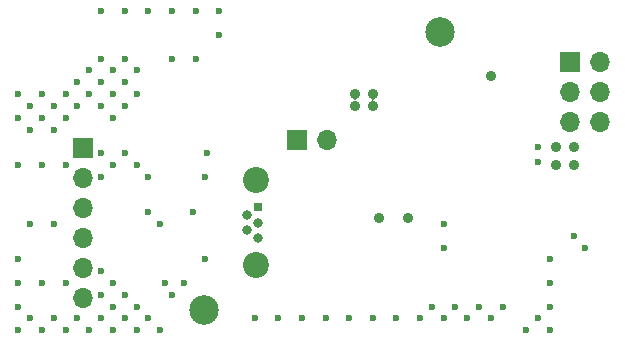
<source format=gbr>
%TF.GenerationSoftware,KiCad,Pcbnew,(6.0.2)*%
%TF.CreationDate,2022-08-24T15:21:41+12:00*%
%TF.ProjectId,Disco3_FBH,44697363-6f33-45f4-9642-482e6b696361,rev?*%
%TF.SameCoordinates,Original*%
%TF.FileFunction,Soldermask,Bot*%
%TF.FilePolarity,Negative*%
%FSLAX46Y46*%
G04 Gerber Fmt 4.6, Leading zero omitted, Abs format (unit mm)*
G04 Created by KiCad (PCBNEW (6.0.2)) date 2022-08-24 15:21:41*
%MOMM*%
%LPD*%
G01*
G04 APERTURE LIST*
%ADD10C,2.500000*%
%ADD11R,0.800000X0.800000*%
%ADD12C,0.800000*%
%ADD13C,2.200000*%
%ADD14R,1.700000X1.700000*%
%ADD15O,1.700000X1.700000*%
%ADD16C,0.900000*%
%ADD17C,0.600000*%
G04 APERTURE END LIST*
D10*
%TO.C,REF\u002A\u002A*%
X133700000Y-101250000D03*
%TD*%
%TO.C,REF\u002A\u002A*%
X153700000Y-77750000D03*
%TD*%
D11*
%TO.C,J3*%
X138320000Y-92590000D03*
D12*
X137320000Y-93240000D03*
X138320000Y-93890000D03*
X137320000Y-94540000D03*
X138320000Y-95190000D03*
D13*
X138100000Y-90315000D03*
X138100000Y-97465000D03*
%TD*%
D14*
%TO.C,J2*%
X123500000Y-87590000D03*
D15*
X123500000Y-90130000D03*
X123500000Y-92670000D03*
X123500000Y-95210000D03*
X123500000Y-97750000D03*
X123500000Y-100290000D03*
%TD*%
D14*
%TO.C,J1*%
X164725000Y-80275000D03*
D15*
X167265000Y-80275000D03*
X164725000Y-82815000D03*
X167265000Y-82815000D03*
X164725000Y-85355000D03*
X167265000Y-85355000D03*
%TD*%
D14*
%TO.C,JP1*%
X141560000Y-86900000D03*
D15*
X144100000Y-86900000D03*
%TD*%
D16*
X163500000Y-89000000D03*
D17*
X122000000Y-103000000D03*
X121000000Y-86000000D03*
X128000000Y-89000000D03*
X129000000Y-76000000D03*
X119000000Y-94000000D03*
D16*
X146500000Y-83000000D03*
D17*
X121000000Y-84000000D03*
X126000000Y-99000000D03*
X120000000Y-89000000D03*
X135000000Y-78000000D03*
X154000000Y-102000000D03*
X125000000Y-98000000D03*
X118000000Y-103000000D03*
X122000000Y-83000000D03*
X144000000Y-102000000D03*
X154000000Y-94000000D03*
X121000000Y-102000000D03*
X157000000Y-101000000D03*
X148000000Y-102000000D03*
X163000000Y-101000000D03*
X130400000Y-99000000D03*
X132750000Y-93000000D03*
X123000000Y-82000000D03*
X119000000Y-86000000D03*
X129000000Y-102000000D03*
X128000000Y-83000000D03*
X131000000Y-76000000D03*
D16*
X148000000Y-83000000D03*
D17*
X135000000Y-76000000D03*
X158000000Y-102000000D03*
X122000000Y-99000000D03*
X130000000Y-94000000D03*
X125000000Y-90000000D03*
X125000000Y-80000000D03*
D16*
X151000000Y-93500000D03*
D17*
X118000000Y-89000000D03*
X134000000Y-88000000D03*
D16*
X158000000Y-81500000D03*
D17*
X150000000Y-102000000D03*
X122000000Y-89000000D03*
X155000000Y-101000000D03*
X118000000Y-97000000D03*
X124000000Y-81000000D03*
X163000000Y-99000000D03*
X118000000Y-83000000D03*
D16*
X165000000Y-87500000D03*
D17*
X133000000Y-80000000D03*
X118000000Y-101000000D03*
X118000000Y-85000000D03*
X127000000Y-82000000D03*
X123000000Y-102000000D03*
X163000000Y-97000000D03*
X128000000Y-101000000D03*
X163000000Y-103000000D03*
X130000000Y-103000000D03*
D16*
X148500000Y-93500000D03*
D17*
X131000000Y-80000000D03*
D16*
X163500000Y-87500000D03*
D17*
X127000000Y-102000000D03*
X154000000Y-96000000D03*
D16*
X146500000Y-84000000D03*
D17*
X159000000Y-101000000D03*
X124000000Y-83000000D03*
X120000000Y-103000000D03*
X127000000Y-100000000D03*
X126000000Y-85000000D03*
X128000000Y-81000000D03*
X119000000Y-84000000D03*
X162000000Y-102000000D03*
X129000000Y-93000000D03*
X126000000Y-83000000D03*
X124000000Y-103000000D03*
X126000000Y-89000000D03*
X122000000Y-85000000D03*
X125000000Y-84000000D03*
X161000000Y-103000000D03*
X126000000Y-103000000D03*
X126000000Y-101000000D03*
X120000000Y-85000000D03*
X156000000Y-102000000D03*
X126000000Y-81000000D03*
X121000000Y-94000000D03*
X133000000Y-76000000D03*
X131000000Y-100000000D03*
X142000000Y-102000000D03*
X166000000Y-96000000D03*
X152000000Y-102000000D03*
X165000000Y-95000000D03*
X123000000Y-84000000D03*
X118000000Y-99000000D03*
X120000000Y-83000000D03*
D16*
X148000000Y-84000000D03*
D17*
X119000000Y-102000000D03*
X127000000Y-80000000D03*
X140000000Y-102000000D03*
X127000000Y-84000000D03*
X125000000Y-76000000D03*
X146000000Y-102000000D03*
X132000000Y-99000000D03*
X125000000Y-88000000D03*
X120000000Y-99000000D03*
X125000000Y-82000000D03*
X127000000Y-76000000D03*
X153000000Y-101000000D03*
X129000000Y-90000000D03*
X138000000Y-102000000D03*
X125000000Y-102000000D03*
D16*
X165000000Y-89000000D03*
D17*
X127000000Y-88000000D03*
X125000000Y-100000000D03*
X128000000Y-103000000D03*
X133800000Y-90055000D03*
X162000000Y-87500000D03*
X162000000Y-88750000D03*
X133755000Y-96955000D03*
G36*
X146572212Y-83440990D02*
G01*
X146572738Y-83442919D01*
X146572028Y-83443991D01*
X146537624Y-83470627D01*
X146532038Y-83514539D01*
X146559326Y-83549784D01*
X146567073Y-83553104D01*
X146568271Y-83554705D01*
X146567483Y-83556543D01*
X146566273Y-83556942D01*
X146439202Y-83556165D01*
X146428052Y-83559352D01*
X146426111Y-83558867D01*
X146425562Y-83556944D01*
X146426258Y-83555863D01*
X146460333Y-83528808D01*
X146465382Y-83484833D01*
X146437656Y-83449913D01*
X146428701Y-83446075D01*
X146427503Y-83444474D01*
X146428291Y-83442636D01*
X146429526Y-83442237D01*
X146555371Y-83444544D01*
X146570278Y-83440480D01*
X146572212Y-83440990D01*
G37*
G36*
X148072212Y-83440990D02*
G01*
X148072738Y-83442919D01*
X148072028Y-83443991D01*
X148037624Y-83470627D01*
X148032038Y-83514539D01*
X148059326Y-83549784D01*
X148067073Y-83553104D01*
X148068271Y-83554705D01*
X148067483Y-83556543D01*
X148066273Y-83556942D01*
X147939202Y-83556165D01*
X147928052Y-83559352D01*
X147926111Y-83558867D01*
X147925562Y-83556944D01*
X147926258Y-83555863D01*
X147960333Y-83528808D01*
X147965382Y-83484833D01*
X147937656Y-83449913D01*
X147928701Y-83446075D01*
X147927503Y-83444474D01*
X147928291Y-83442636D01*
X147929526Y-83442237D01*
X148055371Y-83444544D01*
X148070278Y-83440480D01*
X148072212Y-83440990D01*
G37*
M02*

</source>
